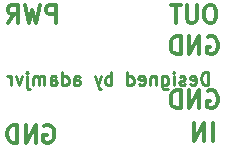
<source format=gbo>
G04 #@! TF.FileFunction,Legend,Bot*
%FSLAX46Y46*%
G04 Gerber Fmt 4.6, Leading zero omitted, Abs format (unit mm)*
G04 Created by KiCad (PCBNEW (2016-09-14 revision 83ed3c9)-makepkg) date 09/24/16 16:23:25*
%MOMM*%
%LPD*%
G01*
G04 APERTURE LIST*
%ADD10C,0.100000*%
%ADD11C,0.250000*%
%ADD12C,0.300000*%
G04 APERTURE END LIST*
D10*
D11*
X121463333Y-77967619D02*
X121463333Y-76867619D01*
X121201428Y-76867619D01*
X121044285Y-76920000D01*
X120939523Y-77024761D01*
X120887142Y-77129523D01*
X120834761Y-77339047D01*
X120834761Y-77496190D01*
X120887142Y-77705714D01*
X120939523Y-77810476D01*
X121044285Y-77915238D01*
X121201428Y-77967619D01*
X121463333Y-77967619D01*
X119944285Y-77915238D02*
X120049047Y-77967619D01*
X120258571Y-77967619D01*
X120363333Y-77915238D01*
X120415714Y-77810476D01*
X120415714Y-77391428D01*
X120363333Y-77286666D01*
X120258571Y-77234285D01*
X120049047Y-77234285D01*
X119944285Y-77286666D01*
X119891904Y-77391428D01*
X119891904Y-77496190D01*
X120415714Y-77600952D01*
X119472857Y-77915238D02*
X119368095Y-77967619D01*
X119158571Y-77967619D01*
X119053809Y-77915238D01*
X119001428Y-77810476D01*
X119001428Y-77758095D01*
X119053809Y-77653333D01*
X119158571Y-77600952D01*
X119315714Y-77600952D01*
X119420476Y-77548571D01*
X119472857Y-77443809D01*
X119472857Y-77391428D01*
X119420476Y-77286666D01*
X119315714Y-77234285D01*
X119158571Y-77234285D01*
X119053809Y-77286666D01*
X118530000Y-77967619D02*
X118530000Y-77234285D01*
X118530000Y-76867619D02*
X118582380Y-76920000D01*
X118530000Y-76972380D01*
X118477619Y-76920000D01*
X118530000Y-76867619D01*
X118530000Y-76972380D01*
X117534761Y-77234285D02*
X117534761Y-78124761D01*
X117587142Y-78229523D01*
X117639523Y-78281904D01*
X117744285Y-78334285D01*
X117901428Y-78334285D01*
X118006190Y-78281904D01*
X117534761Y-77915238D02*
X117639523Y-77967619D01*
X117849047Y-77967619D01*
X117953809Y-77915238D01*
X118006190Y-77862857D01*
X118058571Y-77758095D01*
X118058571Y-77443809D01*
X118006190Y-77339047D01*
X117953809Y-77286666D01*
X117849047Y-77234285D01*
X117639523Y-77234285D01*
X117534761Y-77286666D01*
X117010952Y-77234285D02*
X117010952Y-77967619D01*
X117010952Y-77339047D02*
X116958571Y-77286666D01*
X116853809Y-77234285D01*
X116696666Y-77234285D01*
X116591904Y-77286666D01*
X116539523Y-77391428D01*
X116539523Y-77967619D01*
X115596666Y-77915238D02*
X115701428Y-77967619D01*
X115910952Y-77967619D01*
X116015714Y-77915238D01*
X116068095Y-77810476D01*
X116068095Y-77391428D01*
X116015714Y-77286666D01*
X115910952Y-77234285D01*
X115701428Y-77234285D01*
X115596666Y-77286666D01*
X115544285Y-77391428D01*
X115544285Y-77496190D01*
X116068095Y-77600952D01*
X114601428Y-77967619D02*
X114601428Y-76867619D01*
X114601428Y-77915238D02*
X114706190Y-77967619D01*
X114915714Y-77967619D01*
X115020476Y-77915238D01*
X115072857Y-77862857D01*
X115125238Y-77758095D01*
X115125238Y-77443809D01*
X115072857Y-77339047D01*
X115020476Y-77286666D01*
X114915714Y-77234285D01*
X114706190Y-77234285D01*
X114601428Y-77286666D01*
X113239523Y-77967619D02*
X113239523Y-76867619D01*
X113239523Y-77286666D02*
X113134761Y-77234285D01*
X112925238Y-77234285D01*
X112820476Y-77286666D01*
X112768095Y-77339047D01*
X112715714Y-77443809D01*
X112715714Y-77758095D01*
X112768095Y-77862857D01*
X112820476Y-77915238D01*
X112925238Y-77967619D01*
X113134761Y-77967619D01*
X113239523Y-77915238D01*
X112349047Y-77234285D02*
X112087142Y-77967619D01*
X111825238Y-77234285D02*
X112087142Y-77967619D01*
X112191904Y-78229523D01*
X112244285Y-78281904D01*
X112349047Y-78334285D01*
X110096666Y-77967619D02*
X110096666Y-77391428D01*
X110149047Y-77286666D01*
X110253809Y-77234285D01*
X110463333Y-77234285D01*
X110568095Y-77286666D01*
X110096666Y-77915238D02*
X110201428Y-77967619D01*
X110463333Y-77967619D01*
X110568095Y-77915238D01*
X110620476Y-77810476D01*
X110620476Y-77705714D01*
X110568095Y-77600952D01*
X110463333Y-77548571D01*
X110201428Y-77548571D01*
X110096666Y-77496190D01*
X109101428Y-77967619D02*
X109101428Y-76867619D01*
X109101428Y-77915238D02*
X109206190Y-77967619D01*
X109415714Y-77967619D01*
X109520476Y-77915238D01*
X109572857Y-77862857D01*
X109625238Y-77758095D01*
X109625238Y-77443809D01*
X109572857Y-77339047D01*
X109520476Y-77286666D01*
X109415714Y-77234285D01*
X109206190Y-77234285D01*
X109101428Y-77286666D01*
X108106190Y-77967619D02*
X108106190Y-77391428D01*
X108158571Y-77286666D01*
X108263333Y-77234285D01*
X108472857Y-77234285D01*
X108577619Y-77286666D01*
X108106190Y-77915238D02*
X108210952Y-77967619D01*
X108472857Y-77967619D01*
X108577619Y-77915238D01*
X108630000Y-77810476D01*
X108630000Y-77705714D01*
X108577619Y-77600952D01*
X108472857Y-77548571D01*
X108210952Y-77548571D01*
X108106190Y-77496190D01*
X107582380Y-77967619D02*
X107582380Y-77234285D01*
X107582380Y-77339047D02*
X107530000Y-77286666D01*
X107425238Y-77234285D01*
X107268095Y-77234285D01*
X107163333Y-77286666D01*
X107110952Y-77391428D01*
X107110952Y-77967619D01*
X107110952Y-77391428D02*
X107058571Y-77286666D01*
X106953809Y-77234285D01*
X106796666Y-77234285D01*
X106691904Y-77286666D01*
X106639523Y-77391428D01*
X106639523Y-77967619D01*
X106115714Y-77234285D02*
X106115714Y-78177142D01*
X106168095Y-78281904D01*
X106272857Y-78334285D01*
X106325238Y-78334285D01*
X106115714Y-76867619D02*
X106168095Y-76920000D01*
X106115714Y-76972380D01*
X106063333Y-76920000D01*
X106115714Y-76867619D01*
X106115714Y-76972380D01*
X105696666Y-77234285D02*
X105434761Y-77967619D01*
X105172857Y-77234285D01*
X104753809Y-77967619D02*
X104753809Y-77234285D01*
X104753809Y-77443809D02*
X104701428Y-77339047D01*
X104649047Y-77286666D01*
X104544285Y-77234285D01*
X104439523Y-77234285D01*
D12*
X121769000Y-71187571D02*
X121483285Y-71187571D01*
X121340428Y-71259000D01*
X121197571Y-71401857D01*
X121126142Y-71687571D01*
X121126142Y-72187571D01*
X121197571Y-72473285D01*
X121340428Y-72616142D01*
X121483285Y-72687571D01*
X121769000Y-72687571D01*
X121911857Y-72616142D01*
X122054714Y-72473285D01*
X122126142Y-72187571D01*
X122126142Y-71687571D01*
X122054714Y-71401857D01*
X121911857Y-71259000D01*
X121769000Y-71187571D01*
X120483285Y-71187571D02*
X120483285Y-72401857D01*
X120411857Y-72544714D01*
X120340428Y-72616142D01*
X120197571Y-72687571D01*
X119911857Y-72687571D01*
X119769000Y-72616142D01*
X119697571Y-72544714D01*
X119626142Y-72401857D01*
X119626142Y-71187571D01*
X119126142Y-71187571D02*
X118269000Y-71187571D01*
X118697571Y-72687571D02*
X118697571Y-71187571D01*
X121411857Y-73926000D02*
X121554714Y-73854571D01*
X121769000Y-73854571D01*
X121983285Y-73926000D01*
X122126142Y-74068857D01*
X122197571Y-74211714D01*
X122269000Y-74497428D01*
X122269000Y-74711714D01*
X122197571Y-74997428D01*
X122126142Y-75140285D01*
X121983285Y-75283142D01*
X121769000Y-75354571D01*
X121626142Y-75354571D01*
X121411857Y-75283142D01*
X121340428Y-75211714D01*
X121340428Y-74711714D01*
X121626142Y-74711714D01*
X120697571Y-75354571D02*
X120697571Y-73854571D01*
X119840428Y-75354571D01*
X119840428Y-73854571D01*
X119126142Y-75354571D02*
X119126142Y-73854571D01*
X118769000Y-73854571D01*
X118554714Y-73926000D01*
X118411857Y-74068857D01*
X118340428Y-74211714D01*
X118269000Y-74497428D01*
X118269000Y-74711714D01*
X118340428Y-74997428D01*
X118411857Y-75140285D01*
X118554714Y-75283142D01*
X118769000Y-75354571D01*
X119126142Y-75354571D01*
X121411857Y-78498000D02*
X121554714Y-78426571D01*
X121769000Y-78426571D01*
X121983285Y-78498000D01*
X122126142Y-78640857D01*
X122197571Y-78783714D01*
X122269000Y-79069428D01*
X122269000Y-79283714D01*
X122197571Y-79569428D01*
X122126142Y-79712285D01*
X121983285Y-79855142D01*
X121769000Y-79926571D01*
X121626142Y-79926571D01*
X121411857Y-79855142D01*
X121340428Y-79783714D01*
X121340428Y-79283714D01*
X121626142Y-79283714D01*
X120697571Y-79926571D02*
X120697571Y-78426571D01*
X119840428Y-79926571D01*
X119840428Y-78426571D01*
X119126142Y-79926571D02*
X119126142Y-78426571D01*
X118769000Y-78426571D01*
X118554714Y-78498000D01*
X118411857Y-78640857D01*
X118340428Y-78783714D01*
X118269000Y-79069428D01*
X118269000Y-79283714D01*
X118340428Y-79569428D01*
X118411857Y-79712285D01*
X118554714Y-79855142D01*
X118769000Y-79926571D01*
X119126142Y-79926571D01*
X121816714Y-82720571D02*
X121816714Y-81220571D01*
X121102428Y-82720571D02*
X121102428Y-81220571D01*
X120245285Y-82720571D01*
X120245285Y-81220571D01*
X107568857Y-81419000D02*
X107711714Y-81347571D01*
X107926000Y-81347571D01*
X108140285Y-81419000D01*
X108283142Y-81561857D01*
X108354571Y-81704714D01*
X108426000Y-81990428D01*
X108426000Y-82204714D01*
X108354571Y-82490428D01*
X108283142Y-82633285D01*
X108140285Y-82776142D01*
X107926000Y-82847571D01*
X107783142Y-82847571D01*
X107568857Y-82776142D01*
X107497428Y-82704714D01*
X107497428Y-82204714D01*
X107783142Y-82204714D01*
X106854571Y-82847571D02*
X106854571Y-81347571D01*
X105997428Y-82847571D01*
X105997428Y-81347571D01*
X105283142Y-82847571D02*
X105283142Y-81347571D01*
X104926000Y-81347571D01*
X104711714Y-81419000D01*
X104568857Y-81561857D01*
X104497428Y-81704714D01*
X104426000Y-81990428D01*
X104426000Y-82204714D01*
X104497428Y-82490428D01*
X104568857Y-82633285D01*
X104711714Y-82776142D01*
X104926000Y-82847571D01*
X105283142Y-82847571D01*
X108553000Y-72687571D02*
X108553000Y-71187571D01*
X107981571Y-71187571D01*
X107838714Y-71259000D01*
X107767285Y-71330428D01*
X107695857Y-71473285D01*
X107695857Y-71687571D01*
X107767285Y-71830428D01*
X107838714Y-71901857D01*
X107981571Y-71973285D01*
X108553000Y-71973285D01*
X107195857Y-71187571D02*
X106838714Y-72687571D01*
X106553000Y-71616142D01*
X106267285Y-72687571D01*
X105910142Y-71187571D01*
X104481571Y-72687571D02*
X104981571Y-71973285D01*
X105338714Y-72687571D02*
X105338714Y-71187571D01*
X104767285Y-71187571D01*
X104624428Y-71259000D01*
X104553000Y-71330428D01*
X104481571Y-71473285D01*
X104481571Y-71687571D01*
X104553000Y-71830428D01*
X104624428Y-71901857D01*
X104767285Y-71973285D01*
X105338714Y-71973285D01*
M02*

</source>
